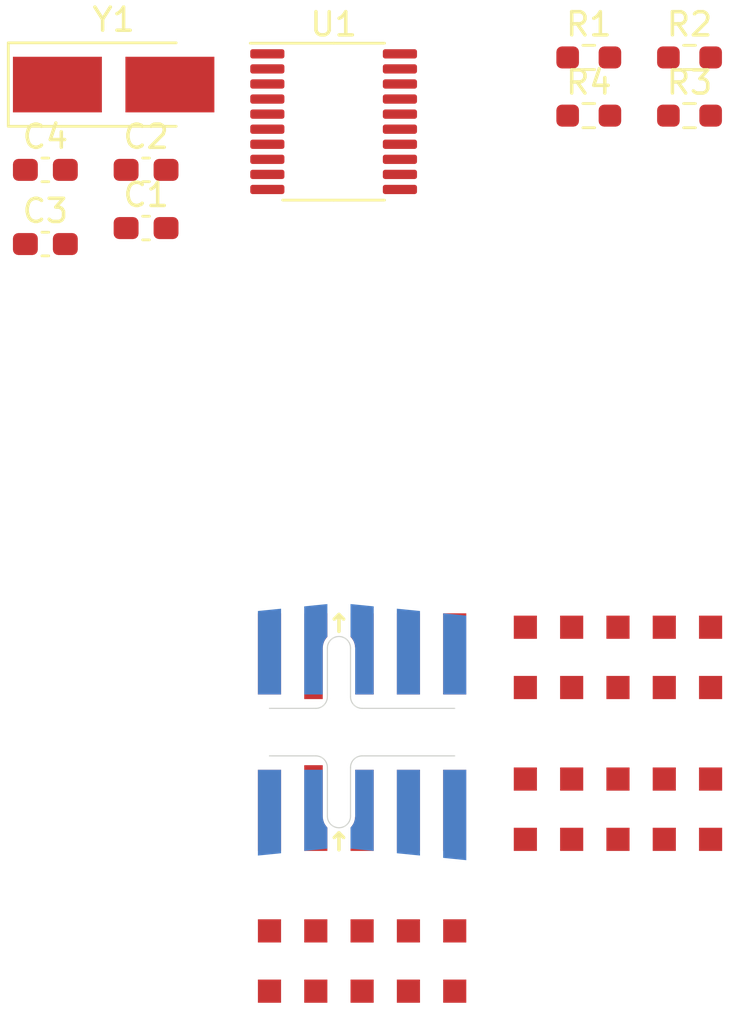
<source format=kicad_pcb>
(kicad_pcb (version 20211014) (generator pcbnew)
  (layers (0 "F.Cu" signal) (31 "B.Cu" signal) (34 "B.Paste" user) (35 "F.Paste" user) (36 "B.SilkS" user "B.Silkscreen") (37 "F.SilkS" user "F.Silkscreen") (38 "B.Mask" user) (39 "F.Mask" user) (44 "Edge.Cuts" user))
  (net 0 "")
  (net 1 "+3V3")
  (net 2 "GND")
  (net 3 "Net-(C3-Pad2)")
  (net 4 "Net-(C4-Pad2)")
  (net 5 "Net-(J8-Pad8)")
  (net 6 "Net-(J11-Pad8)")
  (net 7 "/uC/NRST")
  (net 8 "Net-(J6-Pad7)")
  (net 9 "/uC/USART1_RX")
  (net 10 "/uC/ADC_IN0")
  (net 11 "/uC/SPI1_SCK")
  (net 12 "/uC/SPI1_MOSI")
  (net 13 "/uC/ADC_IN3")
  (net 14 "/uC/SPI1_NSS")
  (net 15 "/uC/ADC_IN5")
  (net 16 "/uC/SPI1_MISO")
  (net 17 "/uC/ADC_IN7")
  (net 18 "/uC/INT")
  (net 19 "/uC/I2C2_SCL")
  (net 20 "/uC/I2C2_SDA")
  (net 21 "/uC/SWDIO")
  (net 22 "/uC/SWCLK")
  (net 23 "/uC/USART1_TX")
  (net 31 "+5V")
  (footprint "Package_SO:TSSOP-20_4.4x6.5mm_P0.65mm" (layer "F.Cu") (at 133.02 91.09)
    (fp_text reference "U1" (at 0 -4.2) (layer "F.SilkS"))
    (fp_text value "STM32G030F6P")
    (fp_line (start 0 3.385) (end -2.2 3.385) (layer "F.SilkS") (width 0.12))
    (fp_line (start 0 -3.385) (end -3.6 -3.385) (layer "F.SilkS") (width 0.12))
    (fp_line (start 0 3.385) (end 2.2 3.385) (layer "F.SilkS") (width 0.12))
    (fp_line (start 0 -3.385) (end 2.2 -3.385) (layer "F.SilkS") (width 0.12))
    (pad "1" smd roundrect (at -2.8625 -2.925) (size 1.475 0.4) (layers "F.Cu" "F.Paste" "F.Mask") (net 9 "/uC/USART1_RX"))
    (pad "2" smd roundrect (at -2.8625 -2.275) (size 1.475 0.4) (layers "F.Cu" "F.Paste" "F.Mask") (net 3 "Net-(C3-Pad2)"))
    (pad "3" smd roundrect (at -2.8625 -1.625) (size 1.475 0.4) (layers "F.Cu" "F.Paste" "F.Mask") (net 4 "Net-(C4-Pad2)"))
    (pad "4" smd roundrect (at -2.8625 -0.975) (size 1.475 0.4) (layers "F.Cu" "F.Paste" "F.Mask") (net 1 "+3V3"))
    (pad "5" smd roundrect (at -2.8625 -0.325) (size 1.475 0.4) (layers "F.Cu" "F.Paste" "F.Mask") (net 2 "GND"))
    (pad "6" smd roundrect (at -2.8625 0.325) (size 1.475 0.4) (layers "F.Cu" "F.Paste" "F.Mask") (net 7 "/uC/NRST"))
    (pad "7" smd roundrect (at -2.8625 0.975) (size 1.475 0.4) (layers "F.Cu" "F.Paste" "F.Mask") (net 10 "/uC/ADC_IN0"))
    (pad "8" smd roundrect (at -2.8625 1.625) (size 1.475 0.4) (layers "F.Cu" "F.Paste" "F.Mask") (net 11 "/uC/SPI1_SCK"))
    (pad "9" smd roundrect (at -2.8625 2.275) (size 1.475 0.4) (layers "F.Cu" "F.Paste" "F.Mask") (net 12 "/uC/SPI1_MOSI"))
    (pad "10" smd roundrect (at -2.8625 2.925) (size 1.475 0.4) (layers "F.Cu" "F.Paste" "F.Mask") (net 13 "/uC/ADC_IN3"))
    (pad "11" smd roundrect (at 2.8625 2.925) (size 1.475 0.4) (layers "F.Cu" "F.Paste" "F.Mask") (net 14 "/uC/SPI1_NSS"))
    (pad "12" smd roundrect (at 2.8625 2.275) (size 1.475 0.4) (layers "F.Cu" "F.Paste" "F.Mask") (net 15 "/uC/ADC_IN5"))
    (pad "13" smd roundrect (at 2.8625 1.625) (size 1.475 0.4) (layers "F.Cu" "F.Paste" "F.Mask") (net 16 "/uC/SPI1_MISO"))
    (pad "14" smd roundrect (at 2.8625 0.975) (size 1.475 0.4) (layers "F.Cu" "F.Paste" "F.Mask") (net 17 "/uC/ADC_IN7"))
    (pad "15" smd roundrect (at 2.8625 0.325) (size 1.475 0.4) (layers "F.Cu" "F.Paste" "F.Mask") (net 18 "/uC/INT"))
    (pad "16" smd roundrect (at 2.8625 -0.325) (size 1.475 0.4) (layers "F.Cu" "F.Paste" "F.Mask") (net 19 "/uC/I2C2_SCL"))
    (pad "17" smd roundrect (at 2.8625 -0.975) (size 1.475 0.4) (layers "F.Cu" "F.Paste" "F.Mask") (net 20 "/uC/I2C2_SDA"))
    (pad "18" smd roundrect (at 2.8625 -1.625) (size 1.475 0.4) (layers "F.Cu" "F.Paste" "F.Mask") (net 21 "/uC/SWDIO"))
    (pad "19" smd roundrect (at 2.8625 -2.275) (size 1.475 0.4) (layers "F.Cu" "F.Paste" "F.Mask") (net 22 "/uC/SWCLK"))
    (pad "20" smd roundrect (at 2.8625 -2.925) (size 1.475 0.4) (layers "F.Cu" "F.Paste" "F.Mask") (net 23 "/uC/USART1_TX"))
  )
  (footprint "on_edge:on_edge_2x05_up_host" (layer "F.Cu") (at 145.3 111.9)
    (fp_text reference "J8")
    (fp_text value "001_I2C_2x5")
    (pad "1" smd rect locked (at -4 3.6) (size 1 1) (layers "F.Cu" "F.Mask") (net 2 "GND"))
    (pad "2" smd rect locked (at -2 3.6) (size 1 1) (layers "F.Cu" "F.Mask") (net 20 "/uC/I2C2_SDA"))
    (pad "3" smd rect locked (at 0 3.6) (size 1 1) (layers "F.Cu" "F.Mask") (net 19 "/uC/I2C2_SCL"))
    (pad "4" smd rect locked (at 2 3.6) (size 1 1) (layers "F.Cu" "F.Mask"))
    (pad "5" smd rect locked (at 4 3.6) (size 1 1) (layers "F.Cu" "F.Mask"))
    (pad "6" smd rect locked (at -4 1 180) (size 1 1) (layers "F.Cu" "F.Mask"))
    (pad "7" smd rect locked (at -2 1 180) (size 1 1) (layers "F.Cu" "F.Mask"))
    (pad "8" smd rect locked (at 0 1 180) (size 1 1) (layers "F.Cu" "F.Mask") (net 5 "Net-(J8-Pad8)"))
    (pad "9" smd rect locked (at 2 1 180) (size 1 1) (layers "F.Cu" "F.Mask") (net 1 "+3V3"))
    (pad "10" smd rect locked (at 4 1 180) (size 1 1) (layers "F.Cu" "F.Mask") (net 31 "+5V"))
  )
  (footprint "Capacitor_SMD:C_0603_1608Metric_Pad1.08x0.95mm_HandSolder" (layer "F.Cu") (at 120.57 93.17)
    (fp_text reference "C4" (at 0 -1.43) (layer "F.SilkS"))
    (fp_text value "20pF")
    (fp_line (start -0.146267 0.51) (end 0.146267 0.51) (layer "F.SilkS") (width 0.12))
    (fp_line (start -0.146267 -0.51) (end 0.146267 -0.51) (layer "F.SilkS") (width 0.12))
    (pad "1" smd roundrect (at -0.8625 0) (size 1.075 0.95) (layers "F.Cu" "F.Paste" "F.Mask") (net 2 "GND"))
    (pad "2" smd roundrect (at 0.8625 0) (size 1.075 0.95) (layers "F.Cu" "F.Paste" "F.Mask") (net 4 "Net-(C4-Pad2)"))
  )
  (footprint "on_edge:on_edge_2x05_host" (layer "F.Cu") (at 134.25 118.45)
    (fp_text reference "J7")
    (fp_text value "007_ADC_2x5")
    (fp_line (start -0.8 3.523) (end -1 3.323) (layer "F.SilkS") (width 0.153))
    (fp_line (start -1 3.323) (end -1.2 3.523) (layer "F.SilkS") (width 0.153))
    (fp_line (start -1 4.05) (end -1 3.323) (layer "F.SilkS") (width 0.153))
    (fp_line (start 0 0) (end 4 0) (layer "Edge.Cuts") (width 0.05))
    (fp_line (start -0.5 2.6) (end -0.5 0.5) (layer "Edge.Cuts") (width 0.05))
    (fp_line (start -1.5 0.5) (end -1.5 2.6) (layer "Edge.Cuts") (width 0.05))
    (fp_line (start -4 0) (end -2 0) (layer "Edge.Cuts") (width 0.05))
    (fp_arc (start -0.5 0.5) (mid -0.353553 0.146447) (end 0 0) (layer "Edge.Cuts") (width 0.05))
    (fp_arc (start -2 0) (mid -1.646447 0.146447) (end -1.5 0.5) (layer "Edge.Cuts") (width 0.05))
    (fp_arc (start -0.5 2.6) (mid -1 3.1) (end -1.5 2.6) (layer "Edge.Cuts") (width 0.05))
    (pad "1" smd rect locked (at -4 2.35) (size 1 3.5) (layers "F.Cu" "F.Mask") (net 2 "GND"))
    (pad "2" smd custom locked (at -2 3.6) (size 1 1) (layers "F.Cu" "F.Mask") (net 1 "+3V3") (options (clearance outline) (anchor rect)) (primitives (gr_poly (pts (xy 0.3 -0.99) (xy 0.31 -0.88) (xy 0.33 -0.8) (xy 0.35 -0.74) (xy 0.37 -0.69) (xy 0.4 -0.64) (xy 0.44 -0.58) (xy 0.48 -0.53) (xy 0.5 -0.51) (xy 0.5 0.5) (xy -0.5 0.5) (xy -0.5 -3.2) (xy 0.3 -3.2)) (width 0) (fill yes))))
    (pad "3" smd custom locked (at 0 3.6) (size 1 1) (layers "F.Cu" "F.Mask") (net 10 "/uC/ADC_IN0") (options (clearance outline) (anchor rect)) (primitives (gr_poly (pts (xy -0.3 -0.99) (xy -0.31 -0.88) (xy -0.33 -0.8) (xy -0.35 -0.74) (xy -0.37 -0.69) (xy -0.4 -0.64) (xy -0.44 -0.58) (xy -0.48 -0.53) (xy -0.5 -0.51) (xy -0.5 0.5) (xy 0.5 0.5) (xy 0.5 -3) (xy -0.3 -3)) (width 0) (fill yes))))
    (pad "4" smd rect locked (at 2 2.35) (size 1 3.5) (layers "F.Cu" "F.Mask") (net 13 "/uC/ADC_IN3"))
    (pad "5" smd rect locked (at 4 2.35) (size 1 3.5) (layers "F.Cu" "F.Mask") (net 15 "/uC/ADC_IN5"))
    (pad "6" smd custom locked (at -4 2.4 180) (size 1 3.6) (layers "B.Cu" "B.Mask") (net 17 "/uC/ADC_IN7") (options (clearance outline) (anchor rect)) (primitives (gr_poly (pts (xy 0.5 -1.8) (xy 0.5 -1.9) (xy -0.5 -1.8)) (width 0) (fill yes))))
    (pad "7" smd custom locked (at -2 2.1 180) (size 0.4 0.4) (layers "B.Cu" "B.Mask") (options (clearance outline) (anchor rect)) (primitives (gr_poly (pts (xy -0.3 -0.51) (xy -0.31 -0.62) (xy -0.33 -0.7) (xy -0.35 -0.76) (xy -0.37 -0.81) (xy -0.4 -0.86) (xy -0.44 -0.92) (xy -0.48 -0.97) (xy -0.5 -0.99) (xy -0.5 -1.9) (xy 0.5 -2) (xy 0.5 1.5) (xy -0.3 1.5)) (width 0) (fill yes))))
    (pad "8" smd custom locked (at 0 2.1 180) (size 0.4 0.4) (layers "B.Cu" "B.Mask") (options (clearance outline) (anchor rect)) (primitives (gr_poly (pts (xy 0.3 -0.51) (xy 0.31 -0.62) (xy 0.33 -0.7) (xy 0.35 -0.76) (xy 0.37 -0.81) (xy 0.4 -0.86) (xy 0.44 -0.92) (xy 0.48 -0.97) (xy 0.5 -0.99) (xy 0.5 -1.9) (xy -0.5 -2) (xy -0.5 1.5) (xy 0.3 1.5)) (width 0) (fill yes))))
    (pad "9" smd custom locked (at 2 2.4 180) (size 1 3.6) (layers "B.Cu" "B.Mask") (net 1 "+3V3") (options (clearance outline) (anchor rect)) (primitives (gr_poly (pts (xy 0.5 -1.8) (xy -0.5 -1.9) (xy -0.5 -1.8)) (width 0) (fill yes))))
    (pad "10" smd custom locked (at 4 2.5 180) (size 1 3.8) (layers "B.Cu" "B.Mask") (net 31 "+5V") (options (clearance outline) (anchor rect)) (primitives (gr_poly (pts (xy 0.5 -1.9) (xy -0.5 -2) (xy -0.5 -1.9)) (width 0) (fill yes))))
  )
  (footprint "on_edge:on_edge_2x05_up_host" (layer "F.Cu") (at 134.25 125)
    (fp_text reference "J11")
    (fp_text value "002_SPI_2x5")
    (pad "1" smd rect locked (at -4 3.6) (size 1 1) (layers "F.Cu" "F.Mask") (net 2 "GND"))
    (pad "2" smd rect locked (at -2 3.6) (size 1 1) (layers "F.Cu" "F.Mask") (net 12 "/uC/SPI1_MOSI"))
    (pad "3" smd rect locked (at 0 3.6) (size 1 1) (layers "F.Cu" "F.Mask") (net 16 "/uC/SPI1_MISO"))
    (pad "4" smd rect locked (at 2 3.6) (size 1 1) (layers "F.Cu" "F.Mask") (net 11 "/uC/SPI1_SCK"))
    (pad "5" smd rect locked (at 4 3.6) (size 1 1) (layers "F.Cu" "F.Mask") (net 18 "/uC/INT"))
    (pad "6" smd rect locked (at -4 1 180) (size 1 1) (layers "F.Cu" "F.Mask") (net 14 "/uC/SPI1_NSS"))
    (pad "7" smd rect locked (at -2 1 180) (size 1 1) (layers "F.Cu" "F.Mask"))
    (pad "8" smd rect locked (at 0 1 180) (size 1 1) (layers "F.Cu" "F.Mask") (net 6 "Net-(J11-Pad8)"))
    (pad "9" smd rect locked (at 2 1 180) (size 1 1) (layers "F.Cu" "F.Mask") (net 1 "+3V3"))
    (pad "10" smd rect locked (at 4 1 180) (size 1 1) (layers "F.Cu" "F.Mask") (net 31 "+5V"))
  )
  (footprint "Resistor_SMD:R_0603_1608Metric_Pad0.98x0.95mm_HandSolder" (layer "F.Cu") (at 144.04 88.32)
    (fp_text reference "R1" (at 0 -1.43) (layer "F.SilkS"))
    (fp_text value "10k")
    (fp_line (start -0.254724 -0.5225) (end 0.254724 -0.5225) (layer "F.SilkS") (width 0.12))
    (fp_line (start -0.254724 0.5225) (end 0.254724 0.5225) (layer "F.SilkS") (width 0.12))
    (pad "1" smd roundrect (at -0.9125 0) (size 0.975 0.95) (layers "F.Cu" "F.Paste" "F.Mask") (net 1 "+3V3"))
    (pad "2" smd roundrect (at 0.9125 0) (size 0.975 0.95) (layers "F.Cu" "F.Paste" "F.Mask") (net 5 "Net-(J8-Pad8)"))
  )
  (footprint "Resistor_SMD:R_0603_1608Metric_Pad0.98x0.95mm_HandSolder" (layer "F.Cu") (at 148.39 90.83)
    (fp_text reference "R3" (at 0 -1.43) (layer "F.SilkS"))
    (fp_text value "10k")
    (fp_line (start -0.254724 0.5225) (end 0.254724 0.5225) (layer "F.SilkS") (width 0.12))
    (fp_line (start -0.254724 -0.5225) (end 0.254724 -0.5225) (layer "F.SilkS") (width 0.12))
    (pad "1" smd roundrect (at -0.9125 0) (size 0.975 0.95) (layers "F.Cu" "F.Paste" "F.Mask") (net 1 "+3V3"))
    (pad "2" smd roundrect (at 0.9125 0) (size 0.975 0.95) (layers "F.Cu" "F.Paste" "F.Mask") (net 7 "/uC/NRST"))
  )
  (footprint "Capacitor_SMD:C_0603_1608Metric_Pad1.08x0.95mm_HandSolder" (layer "F.Cu") (at 124.92 93.17)
    (fp_text reference "C2" (at 0 -1.43) (layer "F.SilkS"))
    (fp_text value "100nF")
    (fp_line (start -0.146267 0.51) (end 0.146267 0.51) (layer "F.SilkS") (width 0.12))
    (fp_line (start -0.146267 -0.51) (end 0.146267 -0.51) (layer "F.SilkS") (width 0.12))
    (pad "1" smd roundrect (at -0.8625 0) (size 1.075 0.95) (layers "F.Cu" "F.Paste" "F.Mask") (net 1 "+3V3"))
    (pad "2" smd roundrect (at 0.8625 0) (size 1.075 0.95) (layers "F.Cu" "F.Paste" "F.Mask") (net 2 "GND"))
  )
  (footprint "on_edge:on_edge_2x05_device" (layer "F.Cu") (at 134.25 116.4)
    (fp_text reference "J2")
    (fp_text value "DebugEdge_02x05")
    (fp_line (start -1 -4.05) (end -1 -3.323) (layer "F.SilkS") (width 0.153))
    (fp_line (start -1 -4.05) (end -0.8 -3.85) (layer "F.SilkS") (width 0.153))
    (fp_line (start -1.2 -3.85) (end -1 -4.05) (layer "F.SilkS") (width 0.153))
    (fp_line (start 0 0) (end 4 0) (layer "Edge.Cuts") (width 0.05))
    (fp_line (start -1.5 -2.6) (end -1.5 -0.5) (layer "Edge.Cuts") (width 0.05))
    (fp_line (start -0.5 -0.5) (end -0.5 -2.6) (layer "Edge.Cuts") (width 0.05))
    (fp_line (start -4 0) (end -2 0) (layer "Edge.Cuts") (width 0.05))
    (fp_arc (start -1.5 -2.6) (mid -1 -3.1) (end -0.5 -2.6) (layer "Edge.Cuts") (width 0.05))
    (fp_arc (start -1.5 -0.5) (mid -1.646447 -0.146447) (end -2 0) (layer "Edge.Cuts") (width 0.05))
    (fp_arc (start 0 0) (mid -0.353553 -0.146447) (end -0.5 -0.5) (layer "Edge.Cuts") (width 0.05))
    (pad "1" smd rect locked (at -4 -2.35 180) (size 1 3.5) (layers "F.Cu" "F.Mask") (net 2 "GND"))
    (pad "2" smd custom locked (at -2 -3.6) (size 1 1) (layers "F.Cu" "F.Mask") (net 21 "/uC/SWDIO") (options (clearance outline) (anchor rect)) (primitives (gr_poly (pts (xy 0.3 1) (xy 0.31 0.89) (xy 0.33 0.81) (xy 0.35 0.75) (xy 0.37 0.7) (xy 0.4 0.65) (xy 0.44 0.59) (xy 0.48 0.54) (xy 0.5 0.52) (xy 0.5 -0.5) (xy -0.5 -0.5) (xy -0.5 3.2) (xy 0.3 3.2)) (width 0) (fill yes))))
    (pad "3" smd custom locked (at 0 -3.6) (size 1 1) (layers "F.Cu" "F.Mask") (net 22 "/uC/SWCLK") (options (clearance outline) (anchor rect)) (primitives (gr_poly (pts (xy -0.3 1) (xy -0.31 0.89) (xy -0.33 0.81) (xy -0.35 0.75) (xy -0.37 0.7) (xy -0.4 0.65) (xy -0.44 0.59) (xy -0.48 0.54) (xy -0.5 0.52) (xy -0.5 -0.5) (xy 0.5 -0.5) (xy 0.5 3) (xy -0.3 3)) (width 0) (fill yes))))
    (pad "4" smd rect locked (at 2 -2.35 180) (size 1 3.5) (layers "F.Cu" "F.Mask") (net 7 "/uC/NRST"))
    (pad "5" smd rect locked (at 4 -2.35 180) (size 1 3.5) (layers "F.Cu" "F.Mask") (net 1 "+3V3"))
    (pad "6" smd custom locked (at -4 -2.4) (size 1 3.6) (layers "B.Cu" "B.Mask") (options (clearance outline) (anchor rect)) (primitives (gr_poly (pts (xy 0.5 -1.8) (xy 0.5 -1.9) (xy -0.5 -1.8)) (width 0) (fill yes))))
    (pad "7" smd custom locked (at -2 -2.1) (size 0.4 0.4) (layers "B.Cu" "B.Mask") (options (clearance outline) (anchor rect)) (primitives (gr_poly (pts (xy 0.3 -0.51) (xy 0.31 -0.62) (xy 0.33 -0.7) (xy 0.35 -0.76) (xy 0.37 -0.81) (xy 0.4 -0.86) (xy 0.44 -0.92) (xy 0.48 -0.97) (xy 0.5 -0.99) (xy 0.5 -2.4) (xy -0.5 -2.3) (xy -0.5 1.5) (xy 0.3 1.5)) (width 0) (fill yes))))
    (pad "8" smd custom locked (at 0 -2.1) (size 0.4 0.4) (layers "B.Cu" "B.Mask") (options (clearance outline) (anchor rect)) (primitives (gr_poly (pts (xy -0.3 -0.51) (xy -0.31 -0.62) (xy -0.33 -0.7) (xy -0.35 -0.76) (xy -0.37 -0.81) (xy -0.4 -0.86) (xy -0.44 -0.92) (xy -0.48 -0.97) (xy -0.5 -0.99) (xy -0.5 -2.4) (xy 0.5 -2.3) (xy 0.5 1.5) (xy -0.3 1.5)) (width 0) (fill yes))))
    (pad "9" smd custom locked (at 2 -2.4) (size 1 3.6) (layers "B.Cu" "B.Mask") (options (clearance outline) (anchor rect)) (primitives (gr_poly (pts (xy -0.5 -1.8) (xy -0.5 -1.9) (xy 0.5 -1.8)) (width 0) (fill yes))))
    (pad "10" smd custom locked (at 4 -2.3) (size 1 3.4) (layers "B.Cu" "B.Mask") (options (clearance outline) (anchor rect)) (primitives (gr_poly (pts (xy -0.5 -1.7) (xy -0.5 -1.8) (xy 0.5 -1.7)) (width 0) (fill yes))))
  )
  (footprint "Resistor_SMD:R_0603_1608Metric_Pad0.98x0.95mm_HandSolder" (layer "F.Cu") (at 148.39 88.32)
    (fp_text reference "R2" (at 0 -1.43) (layer "F.SilkS"))
    (fp_text value "10k")
    (fp_line (start -0.254724 0.5225) (end 0.254724 0.5225) (layer "F.SilkS") (width 0.12))
    (fp_line (start -0.254724 -0.5225) (end 0.254724 -0.5225) (layer "F.SilkS") (width 0.12))
    (pad "1" smd roundrect (at -0.9125 0) (size 0.975 0.95) (layers "F.Cu" "F.Paste" "F.Mask") (net 1 "+3V3"))
    (pad "2" smd roundrect (at 0.9125 0) (size 0.975 0.95) (layers "F.Cu" "F.Paste" "F.Mask") (net 6 "Net-(J11-Pad8)"))
  )
  (footprint "Capacitor_SMD:C_0603_1608Metric_Pad1.08x0.95mm_HandSolder" (layer "F.Cu") (at 124.92 95.68)
    (fp_text reference "C1" (at 0 -1.43) (layer "F.SilkS"))
    (fp_text value "4.7uF")
    (fp_line (start -0.146267 -0.51) (end 0.146267 -0.51) (layer "F.SilkS") (width 0.12))
    (fp_line (start -0.146267 0.51) (end 0.146267 0.51) (layer "F.SilkS") (width 0.12))
    (pad "1" smd roundrect (at -0.8625 0) (size 1.075 0.95) (layers "F.Cu" "F.Paste" "F.Mask") (net 1 "+3V3"))
    (pad "2" smd roundrect (at 0.8625 0) (size 1.075 0.95) (layers "F.Cu" "F.Paste" "F.Mask") (net 2 "GND"))
  )
  (footprint "Crystal:Crystal_SMD_5032-2Pin_5.0x3.2mm_HandSoldering" (layer "F.Cu") (at 123.52 89.49)
    (fp_text reference "Y1" (at 0 -2.8) (layer "F.SilkS"))
    (fp_text value "32.768kHz")
    (fp_line (start -4.55 1.8) (end 2.7 1.8) (layer "F.SilkS") (width 0.12))
    (fp_line (start 2.7 -1.8) (end -4.55 -1.8) (layer "F.SilkS") (width 0.12))
    (fp_line (start -4.55 -1.8) (end -4.55 1.8) (layer "F.SilkS") (width 0.12))
    (pad "1" smd rect (at -2.429 0) (size 3.842 2.4) (layers "F.Cu" "F.Paste" "F.Mask") (net 4 "Net-(C4-Pad2)"))
    (pad "2" smd rect (at 2.429 0) (size 3.842 2.4) (layers "F.Cu" "F.Paste" "F.Mask") (net 3 "Net-(C3-Pad2)"))
  )
  (footprint "Resistor_SMD:R_0603_1608Metric_Pad0.98x0.95mm_HandSolder" (layer "F.Cu") (at 144.04 90.83)
    (fp_text reference "R4" (at 0 -1.43) (layer "F.SilkS"))
    (fp_text value "10k")
    (fp_line (start -0.254724 0.5225) (end 0.254724 0.5225) (layer "F.SilkS") (width 0.12))
    (fp_line (start -0.254724 -0.5225) (end 0.254724 -0.5225) (layer "F.SilkS") (width 0.12))
    (pad "1" smd roundrect (at -0.9125 0) (size 0.975 0.95) (layers "F.Cu" "F.Paste" "F.Mask") (net 1 "+3V3"))
    (pad "2" smd roundrect (at 0.9125 0) (size 0.975 0.95) (layers "F.Cu" "F.Paste" "F.Mask") (net 8 "Net-(J6-Pad7)"))
  )
  (footprint "on_edge:on_edge_2x05_up_host" (layer "F.Cu") (at 145.3 118.45)
    (fp_text reference "J6")
    (fp_text value "010_UART")
    (pad "1" smd rect locked (at -4 3.6) (size 1 1) (layers "F.Cu" "F.Mask") (net 2 "GND"))
    (pad "2" smd rect locked (at -2 3.6) (size 1 1) (layers "F.Cu" "F.Mask") (net 23 "/uC/USART1_TX"))
    (pad "3" smd rect locked (at 0 3.6) (size 1 1) (layers "F.Cu" "F.Mask") (net 9 "/uC/USART1_RX"))
    (pad "4" smd rect locked (at 2 3.6) (size 1 1) (layers "F.Cu" "F.Mask"))
    (pad "5" smd rect locked (at 4 3.6) (size 1 1) (layers "F.Cu" "F.Mask"))
    (pad "6" smd rect locked (at -4 1 180) (size 1 1) (layers "F.Cu" "F.Mask"))
    (pad "7" smd rect locked (at -2 1 180) (size 1 1) (layers "F.Cu" "F.Mask") (net 8 "Net-(J6-Pad7)"))
    (pad "8" smd rect locked (at 0 1 180) (size 1 1) (layers "F.Cu" "F.Mask"))
    (pad "9" smd rect locked (at 2 1 180) (size 1 1) (layers "F.Cu" "F.Mask") (net 1 "+3V3"))
    (pad "10" smd rect locked (at 4 1 180) (size 1 1) (layers "F.Cu" "F.Mask") (net 31 "+5V"))
  )
  (footprint "Capacitor_SMD:C_0603_1608Metric_Pad1.08x0.95mm_HandSolder" (layer "F.Cu") (at 120.57 96.37)
    (fp_text reference "C3" (at 0 -1.43) (layer "F.SilkS"))
    (fp_text value "20pF")
    (fp_line (start -0.146267 0.51) (end 0.146267 0.51) (layer "F.SilkS") (width 0.12))
    (fp_line (start -0.146267 -0.51) (end 0.146267 -0.51) (layer "F.SilkS") (width 0.12))
    (pad "1" smd roundrect (at -0.8625 0) (size 1.075 0.95) (layers "F.Cu" "F.Paste" "F.Mask") (net 2 "GND"))
    (pad "2" smd roundrect (at 0.8625 0) (size 1.075 0.95) (layers "F.Cu" "F.Paste" "F.Mask") (net 3 "Net-(C3-Pad2)"))
  )
)
</source>
